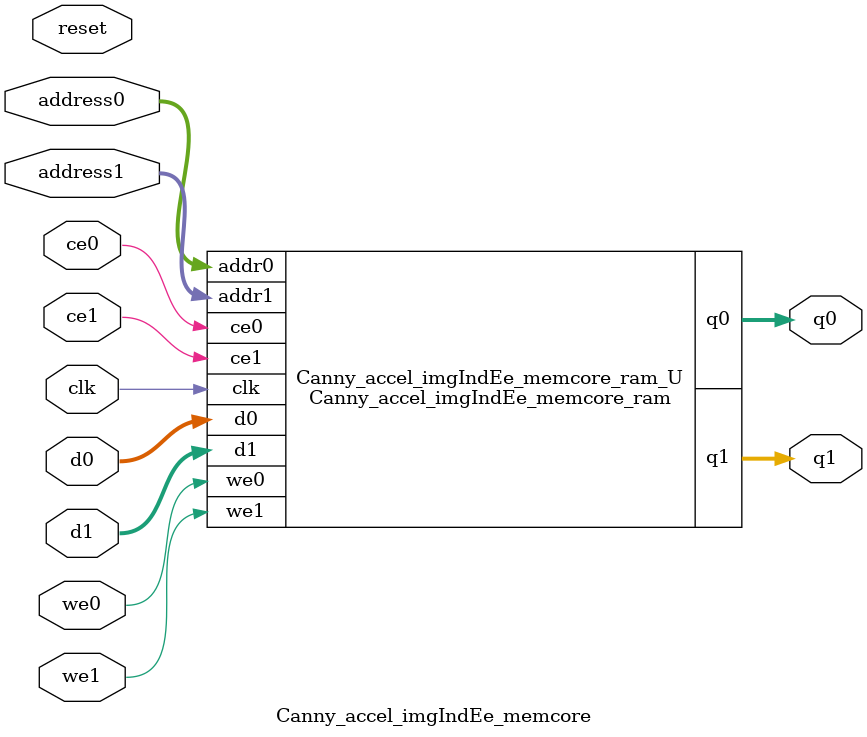
<source format=v>
`timescale 1 ns / 1 ps
module Canny_accel_imgIndEe_memcore_ram (addr0, ce0, d0, we0, q0, addr1, ce1, d1, we1, q1,  clk);

parameter DWIDTH = 8;
parameter AWIDTH = 21;
parameter MEM_SIZE = 1843200;

input[AWIDTH-1:0] addr0;
input ce0;
input[DWIDTH-1:0] d0;
input we0;
output reg[DWIDTH-1:0] q0;
input[AWIDTH-1:0] addr1;
input ce1;
input[DWIDTH-1:0] d1;
input we1;
output reg[DWIDTH-1:0] q1;
input clk;

(* ram_style = "block" *)reg [DWIDTH-1:0] ram[0:MEM_SIZE-1];




always @(posedge clk)  
begin 
    if (ce0) 
    begin
        if (we0) 
        begin 
            ram[addr0] <= d0; 
        end 
        q0 <= ram[addr0];
    end
end


always @(posedge clk)  
begin 
    if (ce1) 
    begin
        if (we1) 
        begin 
            ram[addr1] <= d1; 
        end 
        q1 <= ram[addr1];
    end
end


endmodule

`timescale 1 ns / 1 ps
module Canny_accel_imgIndEe_memcore(
    reset,
    clk,
    address0,
    ce0,
    we0,
    d0,
    q0,
    address1,
    ce1,
    we1,
    d1,
    q1);

parameter DataWidth = 32'd8;
parameter AddressRange = 32'd1843200;
parameter AddressWidth = 32'd21;
input reset;
input clk;
input[AddressWidth - 1:0] address0;
input ce0;
input we0;
input[DataWidth - 1:0] d0;
output[DataWidth - 1:0] q0;
input[AddressWidth - 1:0] address1;
input ce1;
input we1;
input[DataWidth - 1:0] d1;
output[DataWidth - 1:0] q1;



Canny_accel_imgIndEe_memcore_ram Canny_accel_imgIndEe_memcore_ram_U(
    .clk( clk ),
    .addr0( address0 ),
    .ce0( ce0 ),
    .we0( we0 ),
    .d0( d0 ),
    .q0( q0 ),
    .addr1( address1 ),
    .ce1( ce1 ),
    .we1( we1 ),
    .d1( d1 ),
    .q1( q1 ));

endmodule


</source>
